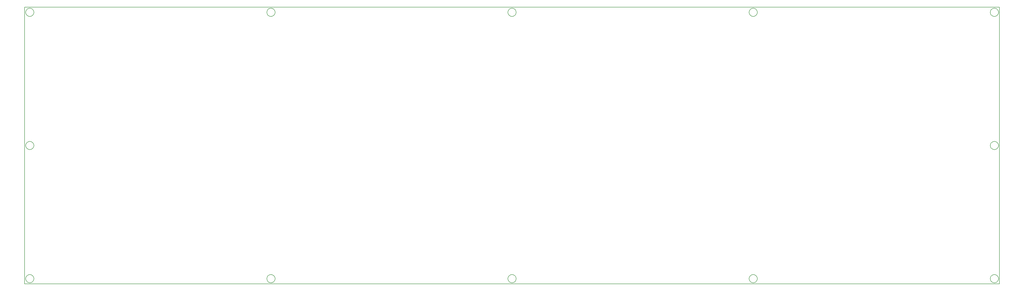
<source format=gbr>
G04 #@! TF.GenerationSoftware,KiCad,Pcbnew,5.1.2-f72e74a~84~ubuntu18.04.1*
G04 #@! TF.CreationDate,2019-05-27T19:37:12-05:00*
G04 #@! TF.ProjectId,1800muente,31383030-6d75-4656-9e74-652e6b696361,rev?*
G04 #@! TF.SameCoordinates,Original*
G04 #@! TF.FileFunction,Profile,NP*
%FSLAX46Y46*%
G04 Gerber Fmt 4.6, Leading zero omitted, Abs format (unit mm)*
G04 Created by KiCad (PCBNEW 5.1.2-f72e74a~84~ubuntu18.04.1) date 2019-05-27 19:37:12*
%MOMM*%
%LPD*%
G04 APERTURE LIST*
%ADD10C,0.200000*%
G04 APERTURE END LIST*
D10*
X118733350Y-192612870D02*
X118238750Y-192534310D01*
X212107150Y-195734115D02*
X212602150Y-195656945D01*
X25663370Y-195075410D02*
X25890750Y-194628930D01*
X304682150Y-193194390D02*
X304454150Y-193640870D01*
X117743850Y-195656945D02*
X118238750Y-195734115D01*
X117297550Y-195428190D02*
X117743850Y-195656945D01*
X305482150Y-192612870D02*
X305036150Y-192840230D01*
X211613150Y-192612870D02*
X211167150Y-192840230D01*
X304454150Y-194628930D02*
X304682150Y-195075410D01*
X398323150Y-194628930D02*
X398552150Y-195075410D01*
X212107150Y-192534310D02*
X211613150Y-192612870D01*
X116717250Y-194628930D02*
X116943350Y-195075410D01*
X118238750Y-195734115D02*
X118733350Y-195656945D01*
X213629150Y-194628930D02*
X213708150Y-194134211D01*
X400785150Y-195428190D02*
X401142150Y-195075410D01*
X401142150Y-195075410D02*
X401367150Y-194628930D01*
X210586150Y-194628930D02*
X210812150Y-195075410D01*
X213629150Y-193640870D02*
X213401150Y-193194390D01*
X23874670Y-195656945D02*
X24369390Y-195734115D01*
X25890750Y-193640870D02*
X25663370Y-193194390D01*
X304377150Y-194134211D02*
X304454150Y-194628930D01*
X306917150Y-192840230D02*
X306470150Y-192612870D01*
X23874670Y-192612870D02*
X23429570Y-192840230D01*
X213048150Y-195428190D02*
X213401150Y-195075410D01*
X23075414Y-193194390D02*
X22848035Y-193640870D01*
X400785150Y-192840230D02*
X400341150Y-192612870D01*
X211613150Y-195656945D02*
X212107150Y-195734115D01*
X210586150Y-193640870D02*
X210508150Y-194134211D01*
X401367150Y-193640870D02*
X401142150Y-193194390D01*
X398245150Y-194134211D02*
X398323150Y-194628930D01*
X119178550Y-195428190D02*
X119532750Y-195075410D01*
X23429570Y-195428190D02*
X23874670Y-195656945D01*
X398552150Y-195075410D02*
X398905150Y-195428190D01*
X305036150Y-195428190D02*
X305482150Y-195656945D01*
X305977150Y-192534310D02*
X305482150Y-192612870D01*
X307271150Y-193194390D02*
X306917150Y-192840230D01*
X24369390Y-192534310D02*
X23874670Y-192612870D01*
X211167150Y-195428190D02*
X211613150Y-195656945D01*
X401142150Y-193194390D02*
X400785150Y-192840230D01*
X24369390Y-88521050D02*
X23874670Y-88600050D01*
X24864110Y-88600050D02*
X24369390Y-88521050D01*
X25309210Y-88827050D02*
X24864110Y-88600050D01*
X25663370Y-89182050D02*
X25309210Y-88827050D01*
X25890750Y-89626050D02*
X25663370Y-89182050D01*
X25969310Y-90121050D02*
X25890750Y-89626050D01*
X25890750Y-90616050D02*
X25969310Y-90121050D01*
X25663370Y-91061050D02*
X25890750Y-90616050D01*
X25309210Y-91415050D02*
X25663370Y-91061050D01*
X24864110Y-91642050D02*
X25309210Y-91415050D01*
X24369390Y-91721050D02*
X24864110Y-91642050D01*
X23874670Y-91642050D02*
X24369390Y-91721050D01*
X23429570Y-91415050D02*
X23874670Y-91642050D01*
X23075414Y-91061050D02*
X23429570Y-91415050D01*
X22848035Y-90616050D02*
X23075414Y-91061050D01*
X22769489Y-90121050D02*
X22848035Y-90616050D01*
X22848035Y-89626050D02*
X22769489Y-90121050D01*
X23075414Y-89182050D02*
X22848035Y-89626050D01*
X23429570Y-88827050D02*
X23075414Y-89182050D01*
X23874670Y-88600050D02*
X23429570Y-88827050D01*
X399847150Y-88521050D02*
X399353150Y-88600050D01*
X400341150Y-88600050D02*
X399847150Y-88521050D01*
X400785150Y-88827050D02*
X400341150Y-88600050D01*
X401142150Y-89182050D02*
X400785150Y-88827050D01*
X401367150Y-89626050D02*
X401142150Y-89182050D01*
X401445150Y-90121050D02*
X401367150Y-89626050D01*
X401367150Y-90616050D02*
X401445150Y-90121050D01*
X401142150Y-91061050D02*
X401367150Y-90616050D01*
X400785150Y-91415050D02*
X401142150Y-91061050D01*
X400341150Y-91642050D02*
X400785150Y-91415050D01*
X399847150Y-91721050D02*
X400341150Y-91642050D01*
X399353150Y-91642050D02*
X399847150Y-91721050D01*
X398905150Y-91415050D02*
X399353150Y-91642050D01*
X398552150Y-91061050D02*
X398905150Y-91415050D01*
X398323150Y-90616050D02*
X398552150Y-91061050D01*
X398245150Y-90121050D02*
X398323150Y-90616050D01*
X398323150Y-89626050D02*
X398245150Y-90121050D01*
X398552150Y-89182050D02*
X398323150Y-89626050D01*
X398905150Y-88827050D02*
X398552150Y-89182050D01*
X399353150Y-88600050D02*
X398905150Y-88827050D01*
X305977150Y-88521050D02*
X305482150Y-88600050D01*
X306470150Y-88600050D02*
X305977150Y-88521050D01*
X306917150Y-88827050D02*
X306470150Y-88600050D01*
X307271150Y-89182050D02*
X306917150Y-88827050D01*
X307498150Y-89626050D02*
X307271150Y-89182050D01*
X307577150Y-90121050D02*
X307498150Y-89626050D01*
X307498150Y-90616050D02*
X307577150Y-90121050D01*
X307271150Y-91061050D02*
X307498150Y-90616050D01*
X306917150Y-91415050D02*
X307271150Y-91061050D01*
X306470150Y-91642050D02*
X306917150Y-91415050D01*
X305977150Y-91721050D02*
X306470150Y-91642050D01*
X305482150Y-91642050D02*
X305977150Y-91721050D01*
X305036150Y-91415050D02*
X305482150Y-91642050D01*
X304682150Y-91061050D02*
X305036150Y-91415050D01*
X304454150Y-90616050D02*
X304682150Y-91061050D01*
X304377150Y-90121050D02*
X304454150Y-90616050D01*
X304454150Y-89626050D02*
X304377150Y-90121050D01*
X304682150Y-89182050D02*
X304454150Y-89626050D01*
X305036150Y-88827050D02*
X304682150Y-89182050D01*
X305482150Y-88600050D02*
X305036150Y-88827050D01*
X212107150Y-88521050D02*
X211613150Y-88600050D01*
X212602150Y-88600050D02*
X212107150Y-88521050D01*
X213048150Y-88827050D02*
X212602150Y-88600050D01*
X213401150Y-89182050D02*
X213048150Y-88827050D01*
X213629150Y-89626050D02*
X213401150Y-89182050D01*
X213708150Y-90121050D02*
X213629150Y-89626050D01*
X213629150Y-90616050D02*
X213708150Y-90121050D01*
X213401150Y-91061050D02*
X213629150Y-90616050D01*
X213048150Y-91415050D02*
X213401150Y-91061050D01*
X212602150Y-91642050D02*
X213048150Y-91415050D01*
X212107150Y-91721050D02*
X212602150Y-91642050D01*
X211613150Y-91642050D02*
X212107150Y-91721050D01*
X211167150Y-91415050D02*
X211613150Y-91642050D01*
X210812150Y-91061050D02*
X211167150Y-91415050D01*
X210586150Y-90616050D02*
X210812150Y-91061050D01*
X210508150Y-90121050D02*
X210586150Y-90616050D01*
X210586150Y-89626050D02*
X210508150Y-90121050D01*
X210812150Y-89182050D02*
X210586150Y-89626050D01*
X211167150Y-88827050D02*
X210812150Y-89182050D01*
X211613150Y-88600050D02*
X211167150Y-88827050D01*
X118238750Y-88521050D02*
X117743850Y-88600050D01*
X118733350Y-88600050D02*
X118238750Y-88521050D01*
X119178550Y-88827050D02*
X118733350Y-88600050D01*
X119532750Y-89182050D02*
X119178550Y-88827050D01*
X119759950Y-89626050D02*
X119532750Y-89182050D01*
X119838650Y-90121050D02*
X119759950Y-89626050D01*
X119759950Y-90616050D02*
X119838650Y-90121050D01*
X119532750Y-91061050D02*
X119759950Y-90616050D01*
X119178550Y-91415050D02*
X119532750Y-91061050D01*
X118733350Y-91642050D02*
X119178550Y-91415050D01*
X118238750Y-91721050D02*
X118733350Y-91642050D01*
X117743850Y-91642050D02*
X118238750Y-91721050D01*
X117297550Y-91415050D02*
X117743850Y-91642050D01*
X116943350Y-91061050D02*
X117297550Y-91415050D01*
X116717250Y-90616050D02*
X116943350Y-91061050D01*
X116638550Y-90121050D02*
X116717250Y-90616050D01*
X116717250Y-89626050D02*
X116638550Y-90121050D01*
X116943350Y-89182050D02*
X116717250Y-89626050D01*
X117297550Y-88827050D02*
X116943350Y-89182050D01*
X117743850Y-88600050D02*
X117297550Y-88827050D01*
X24369390Y-140527350D02*
X23874670Y-140607050D01*
X24864110Y-140607050D02*
X24369390Y-140527350D01*
X25309210Y-140834550D02*
X24864110Y-140607050D01*
X25663370Y-141187350D02*
X25309210Y-140834550D01*
X25890750Y-141633650D02*
X25663370Y-141187350D01*
X25969310Y-142128550D02*
X25890750Y-141633650D01*
X25890750Y-142623150D02*
X25969310Y-142128550D01*
X25663370Y-143068350D02*
X25890750Y-142623150D01*
X25309210Y-143422550D02*
X25663370Y-143068350D01*
X24864110Y-143649750D02*
X25309210Y-143422550D01*
X24369390Y-143728450D02*
X24864110Y-143649750D01*
X23874670Y-143649750D02*
X24369390Y-143728450D01*
X23429570Y-143422550D02*
X23874670Y-143649750D01*
X23075414Y-143068350D02*
X23429570Y-143422550D01*
X22848035Y-142623150D02*
X23075414Y-143068350D01*
X22769489Y-142128550D02*
X22848035Y-142623150D01*
X22848035Y-141633650D02*
X22769489Y-142128550D01*
X23075414Y-141187350D02*
X22848035Y-141633650D01*
X23429570Y-140834550D02*
X23075414Y-141187350D01*
X23874670Y-140607050D02*
X23429570Y-140834550D01*
X399847150Y-140527350D02*
X399353150Y-140607050D01*
X400341150Y-140607050D02*
X399847150Y-140527350D01*
X400785150Y-140834550D02*
X400341150Y-140607050D01*
X401142150Y-141187350D02*
X400785150Y-140834550D01*
X401367150Y-141633650D02*
X401142150Y-141187350D01*
X401445150Y-142128550D02*
X401367150Y-141633650D01*
X401367150Y-142623150D02*
X401445150Y-142128550D01*
X401142150Y-143068350D02*
X401367150Y-142623150D01*
X400785150Y-143422550D02*
X401142150Y-143068350D01*
X400341150Y-143649750D02*
X400785150Y-143422550D01*
X399847150Y-143728450D02*
X400341150Y-143649750D01*
X399353150Y-143649750D02*
X399847150Y-143728450D01*
X398905150Y-143422550D02*
X399353150Y-143649750D01*
X398552150Y-143068350D02*
X398905150Y-143422550D01*
X398323150Y-142623150D02*
X398552150Y-143068350D01*
X398245150Y-142128550D02*
X398323150Y-142623150D01*
X398323150Y-141633650D02*
X398245150Y-142128550D01*
X398552150Y-141187350D02*
X398323150Y-141633650D01*
X398905150Y-140834550D02*
X398552150Y-141187350D01*
X399353150Y-140607050D02*
X398905150Y-140834550D01*
X401445150Y-194134211D02*
X401367150Y-193640870D01*
X212602150Y-195656945D02*
X213048150Y-195428190D01*
X22369856Y-196135124D02*
X22369856Y-88122050D01*
X22769489Y-194134211D02*
X22848035Y-194628930D01*
X119759950Y-194628930D02*
X119838650Y-194134211D01*
X119759950Y-193640870D02*
X119532750Y-193194390D01*
X211167150Y-192840230D02*
X210812150Y-193194390D01*
X304454150Y-193640870D02*
X304377150Y-194134211D01*
X23429570Y-192840230D02*
X23075414Y-193194390D01*
X306917150Y-195428190D02*
X307271150Y-195075410D01*
X23075414Y-195075410D02*
X23429570Y-195428190D01*
X305977150Y-195734115D02*
X306470150Y-195656945D01*
X305036150Y-192840230D02*
X304682150Y-193194390D01*
X400341150Y-195656945D02*
X400785150Y-195428190D01*
X307498150Y-193640870D02*
X307271150Y-193194390D01*
X398905150Y-195428190D02*
X399353150Y-195656945D01*
X116638550Y-194134211D02*
X116717250Y-194628930D01*
X116717250Y-193640870D02*
X116638550Y-194134211D01*
X212602150Y-192612870D02*
X212107150Y-192534310D01*
X401367150Y-194628930D02*
X401445150Y-194134211D01*
X304682150Y-195075410D02*
X305036150Y-195428190D01*
X22848035Y-194628930D02*
X23075414Y-195075410D01*
X306470150Y-192612870D02*
X305977150Y-192534310D01*
X119532750Y-195075410D02*
X119759950Y-194628930D01*
X306470150Y-195656945D02*
X306917150Y-195428190D01*
X210812150Y-195075410D02*
X211167150Y-195428190D01*
X25969310Y-194134211D02*
X25890750Y-193640870D01*
X24864110Y-192612870D02*
X24369390Y-192534310D01*
X213401150Y-195075410D02*
X213629150Y-194628930D01*
X398323150Y-193640870D02*
X398245150Y-194134211D01*
X22848035Y-193640870D02*
X22769489Y-194134211D01*
X116943350Y-193194390D02*
X116717250Y-193640870D01*
X210812150Y-193194390D02*
X210586150Y-193640870D01*
X22369856Y-88122050D02*
X401847150Y-88122050D01*
X213401150Y-193194390D02*
X213048150Y-192840230D01*
X399847150Y-192534310D02*
X399353150Y-192612870D01*
X119532750Y-193194390D02*
X119178550Y-192840230D01*
X117297550Y-192840230D02*
X116943350Y-193194390D01*
X25309210Y-195428190D02*
X25663370Y-195075410D01*
X118238750Y-192534310D02*
X117743850Y-192612870D01*
X116943350Y-195075410D02*
X117297550Y-195428190D01*
X119178550Y-192840230D02*
X118733350Y-192612870D01*
X398552150Y-193194390D02*
X398323150Y-193640870D01*
X401847150Y-88122050D02*
X401847150Y-196135124D01*
X25663370Y-193194390D02*
X25309210Y-192840230D01*
X305482150Y-195656945D02*
X305977150Y-195734115D01*
X307577150Y-194134211D02*
X307498150Y-193640870D01*
X398905150Y-192840230D02*
X398552150Y-193194390D01*
X400341150Y-192612870D02*
X399847150Y-192534310D01*
X401847150Y-196135124D02*
X22369856Y-196135124D01*
X307271150Y-195075410D02*
X307498150Y-194628930D01*
X213708150Y-194134211D02*
X213629150Y-193640870D01*
X25890750Y-194628930D02*
X25969310Y-194134211D01*
X399847150Y-195734115D02*
X400341150Y-195656945D01*
X118733350Y-195656945D02*
X119178550Y-195428190D01*
X24369390Y-195734115D02*
X24864110Y-195656945D01*
X213048150Y-192840230D02*
X212602150Y-192612870D01*
X117743850Y-192612870D02*
X117297550Y-192840230D01*
X399353150Y-195656945D02*
X399847150Y-195734115D01*
X25309210Y-192840230D02*
X24864110Y-192612870D01*
X210508150Y-194134211D02*
X210586150Y-194628930D01*
X307498150Y-194628930D02*
X307577150Y-194134211D01*
X24864110Y-195656945D02*
X25309210Y-195428190D01*
X399353150Y-192612870D02*
X398905150Y-192840230D01*
X119838650Y-194134211D02*
X119759950Y-193640870D01*
M02*

</source>
